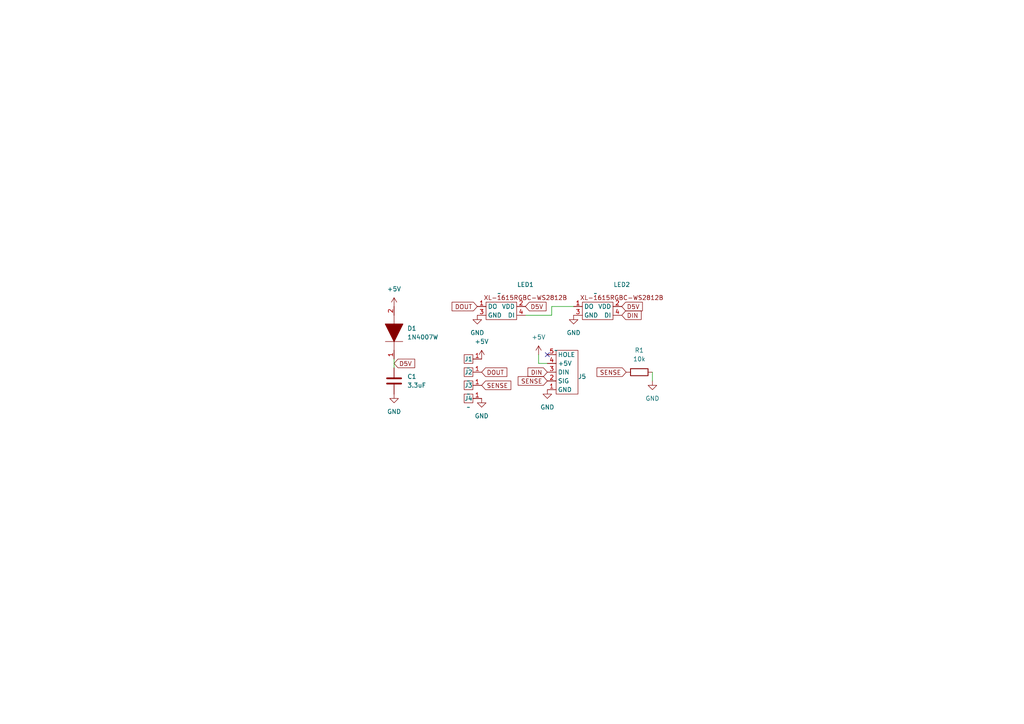
<source format=kicad_sch>
(kicad_sch (version 20230121) (generator eeschema)
  (paper "A4")
  (title_block (title "Bottom PCB Schematic") (date "2024-02-10") (rev "1.0.0") (company "Block Party"))
  (lib_symbols
    (symbol "1N4007W:1N4007W" (pin_names (offset 0.762))
      (property "Reference" "D" (at 11.43 5.08 0))
      (property "Value" "1N4007W" (at 11.43 2.54 0))
      (symbol "1N4007W_0_0"
        (pin passive line (at 0 0 0) (length 2.54) (name "~") (number "1"))
        (pin passive line (at 15.24 0 180) (length 2.54) (name "~") (number "2"))
      )
      (symbol "1N4007W_0_1"
        (polyline (pts (xy 2.54 0) (xy 5.08 0)) (stroke (width 0.1524)))
        (polyline (pts (xy 5.08 2.54) (xy 5.08 -2.54)) (stroke (width 0.1524)))
        (polyline (pts (xy 10.16 0) (xy 12.7 0)) (stroke (width 0.1524)))
        (polyline (pts (xy 5.08 0) (xy 10.16 2.54) (xy 10.16 -2.54) (xy 5.08 0)) (stroke (width 0.254)) (fill (type outline)))
      )
    )
    (symbol "Device:C" (pin_numbers hide) (pin_names (offset 0.254))
      (property "Reference" "C" (at 0.635 2.54 0))
      (property "Value" "C" (at 0.635 -2.54 0))
      (symbol "C_0_1"
        (polyline (pts (xy -2.032 -0.762) (xy 2.032 -0.762)) (stroke (width 0.508)))
        (polyline (pts (xy -2.032 0.762) (xy 2.032 0.762)) (stroke (width 0.508)))
      )
      (symbol "C_1_1"
        (pin passive line (at 0 3.81 270) (length 2.794) (name "~") (number "1"))
        (pin passive line (at 0 -3.81 90) (length 2.794) (name "~") (number "2"))
      )
    )
    (symbol "Device:R" (pin_numbers hide) (pin_names (offset 0))
      (property "Reference" "R" (at 2.032 0 90))
      (property "Value" "R" (at 0 0 90))
      (symbol "R_0_1"
        (rectangle (start -1.016 -2.54) (end 1.016 2.54) (stroke (width 0.254)))
      )
      (symbol "R_1_1"
        (pin passive line (at 0 3.81 270) (length 1.27) (name "~") (number "1"))
        (pin passive line (at 0 -3.81 90) (length 1.27) (name "~") (number "2"))
      )
    )
    (symbol "Quinn_lib:Bottom_Block"
      (property "Reference" "J" (at 2.54 1.27 0))
      (symbol "Bottom_Block_0_1"
        (rectangle (start 0 0) (end 6.35 -12.7))
      )
      (symbol "Bottom_Block_1_1"
        (pin power_in line (at -2.54 -11.43 0) (length 2.54) (name "GND") (number "1"))
        (pin output line (at -2.54 -8.89 0) (length 2.54) (name "SIG") (number "2"))
        (pin input line (at -2.54 -6.35 0) (length 2.54) (name "DIN") (number "3"))
        (pin power_in line (at -2.54 -3.81 0) (length 2.54) (name "+5V") (number "4"))
        (pin output line (at -2.54 -1.27 0) (length 2.54) (name "HOLE") (number "5"))
      )
    )
    (symbol "Quinn_lib:HDR-M-2.54_1x1"
      (property "Reference" "J" (at 0 -2.54 0))
      (symbol "HDR-M-2.54_1x1_0_1"
        (rectangle (start -1.27 -1.27) (end 1.27 -3.81))
      )
      (symbol "HDR-M-2.54_1x1_1_1"
        (pin input line (at -3.81 -2.54 0) (length 2.54) (name "") (number "1"))
      )
    )
    (symbol "Quinn_lib:XL-1615RGBC-WS2812B"
      (property "Reference" "LED" (at -1.27 1.27 0))
      (symbol "XL-1615RGBC-WS2812B_0_1"
        (rectangle (start -3.81 -2.54) (end 5.08 -7.62))
      )
      (symbol "XL-1615RGBC-WS2812B_1_1"
        (text "XL-1615RGBC-WS2812B" (at 7.62 -1.27 0) (effects (font (size 1.27 1.27))))
        (pin input line (at -6.35 -3.81 0) (length 2.54) (name "DO") (number "1"))
        (pin input line (at 7.62 -3.81 180) (length 2.54) (name "VDD") (number "2"))
        (pin input line (at -6.35 -6.35 0) (length 2.54) (name "GND") (number "3"))
        (pin input line (at 7.62 -6.35 180) (length 2.54) (name "DI") (number "4"))
      )
    )
    (symbol "power:+5V" (power) (pin_names (offset 0))
      (property "Value" "+5V" (at 0 3.556 0))
      (symbol "+5V_0_1"
        (polyline (pts (xy -0.762 1.27) (xy 0 2.54)))
        (polyline (pts (xy 0 0) (xy 0 2.54)))
        (polyline (pts (xy 0 2.54) (xy 0.762 1.27)))
      )
      (symbol "+5V_1_1"
        (pin power_in line (at 0 0 90) (length 0) hide (name "+5V") (number "1"))
      )
    )
    (symbol "power:GND" (power) (pin_names (offset 0))
      (property "Value" "GND" (at 0 -3.81 0))
      (symbol "GND_0_1"
        (polyline (pts (xy 0 0) (xy 0 -1.27) (xy 1.27 -1.27) (xy 0 -2.54) (xy -1.27 -1.27) (xy 0 -1.27)))
      )
      (symbol "GND_1_1"
        (pin power_in line (at 0 0 270) (length 0) hide (name "GND") (number "1"))
      )
    )
  )
  (no_connect (at 158.75 102.87))
  (wire (pts (xy 166.37 88.9) (xy 160.02 88.9)))
  (wire (pts (xy 189.23 110.49) (xy 189.23 107.95)))
  (wire (pts (xy 160.02 88.9) (xy 160.02 91.44)))
  (wire (pts (xy 156.21 105.41) (xy 158.75 105.41)))
  (wire (pts (xy 156.21 102.87) (xy 156.21 105.41)))
  (wire (pts (xy 160.02 91.44) (xy 152.4 91.44)))
  (wire (pts (xy 114.3 104.14) (xy 114.3 106.68)))
  (global_label "DIN" (shape input) (at 180.34 91.44 0) (property "Intersheetrefs" "${INTERSHEET_REFS}" (effects hide)))
  (global_label "D5V" (shape input) (at 114.3 105.41 0) (property "Intersheetrefs" "${INTERSHEET_REFS}" (effects hide)))
  (global_label "D5V" (shape input) (at 152.4 88.9 0) (property "Intersheetrefs" "${INTERSHEET_REFS}" (effects hide)))
  (global_label "SENSE" (shape input) (at 139.7 111.76 0) (property "Intersheetrefs" "${INTERSHEET_REFS}" (effects hide)))
  (global_label "DOUT" (shape input) (at 139.7 107.95 0) (property "Intersheetrefs" "${INTERSHEET_REFS}" (effects hide)))
  (global_label "DIN" (shape input) (at 158.75 107.95 180) (property "Intersheetrefs" "${INTERSHEET_REFS}" (effects hide)))
  (global_label "SENSE" (shape input) (at 158.75 110.49 180) (property "Intersheetrefs" "${INTERSHEET_REFS}" (effects hide)))
  (global_label "SENSE" (shape input) (at 181.61 107.95 180) (property "Intersheetrefs" "${INTERSHEET_REFS}" (effects hide)))
  (global_label "D5V" (shape input) (at 180.34 88.9 0) (property "Intersheetrefs" "${INTERSHEET_REFS}" (effects hide)))
  (global_label "DOUT" (shape input) (at 138.43 88.9 180) (property "Intersheetrefs" "${INTERSHEET_REFS}" (effects hide)))
  (symbol (lib_id "power:GND") (at 158.75 113.03 0) (unit 1)
    (property "Reference" "#PWR08" (effects hide))
    (property "Value" "GND" (at 158.75 118.11 0))
  )
  (symbol (lib_id "power:GND") (at 189.23 110.49 0) (unit 1)
    (property "Reference" "#PWR02" (effects hide))
    (property "Value" "GND" (at 189.23 115.57 0))
  )
  (symbol (lib_id "power:+5V") (at 139.7 104.14 0) (unit 1)
    (property "Reference" "#PWR06" (effects hide))
    (property "Value" "+5V" (at 139.7 99.06 0))
  )
  (symbol (lib_id "Device:C") (at 114.3 110.49 0) (unit 1)
    (property "Reference" "C1" (at 118.11 109.22 0) (effects (justify left)))
    (property "Value" "3.3uF" (at 118.11 111.76 0) (effects (justify left)))
    (property "Footprint" "Capacitor_SMD:C_0805_2012Metric" (effects hide))
  )
  (symbol (lib_id "1N4007W:1N4007W") (at 114.3 104.14 90) (unit 1)
    (property "Reference" "D1" (at 118.11 95.25 90) (effects (justify right)))
    (property "Value" "1N4007W" (at 118.11 97.79 90) (effects (justify right)))
    (property "Footprint" "KiCad:1N4007W" (effects hide))
    (property "Datasheet" "https://datasheet.lcsc.com/szlcsc/Shandong-Jingdao-Microelectronics-1N4007W_C108803.pdf" (effects hide))
    (property "Description" "Marking Code A1-A7 Simplified outline SOD-123FL and symbol Marking Code A1-A7 Simplified outline SOD-123FL and symbol" (effects hide))
    (property "Height" "1.1" (effects hide))
    (property "Manufacturer_Name" "Jingdao Microelectronics" (effects hide))
    (property "Manufacturer_Part_Number" "1N4007W" (effects hide))
  )
  (symbol (lib_id "Quinn_lib:HDR-M-2.54_1x1") (at 135.89 118.11 180) (unit 1)
    (property "Reference" "J4" (at 135.89 115.57 0))
    (property "Value" "~" (at 135.89 118.11 0))
    (property "Footprint" "Connector_PinHeader_2.54mm:PinHeader_1x01_P2.54mm_Vertical" (effects hide))
  )
  (symbol (lib_id "power:+5V") (at 114.3 88.9 0) (unit 1)
    (property "Reference" "#PWR01" (effects hide))
    (property "Value" "+5V" (at 114.3 83.82 0))
  )
  (symbol (lib_id "Quinn_lib:Bottom_Block") (at 161.29 101.6 0) (unit 1)
    (property "Reference" "J5" (at 167.64 109.22 0) (effects (justify left)))
    (property "Value" "~" (at 161.29 101.6 0))
    (property "Footprint" "Quinn_lib:Bottom Block Connector" (effects hide))
  )
  (symbol (lib_id "Device:R") (at 185.42 107.95 90) (unit 1)
    (property "Reference" "R1" (at 185.42 101.6 90))
    (property "Value" "10k" (at 185.42 104.14 90))
    (property "Footprint" "Resistor_SMD:R_0805_2012Metric" (effects hide))
  )
  (symbol (lib_id "power:GND") (at 139.7 115.57 0) (unit 1)
    (property "Reference" "#PWR07" (effects hide))
    (property "Value" "GND" (at 139.7 120.65 0))
  )
  (symbol (lib_id "Quinn_lib:HDR-M-2.54_1x1") (at 135.89 106.68 180) (unit 1)
    (property "Reference" "J1" (at 135.89 104.14 0))
    (property "Value" "~" (at 135.89 106.68 0))
    (property "Footprint" "Connector_PinHeader_2.54mm:PinHeader_1x01_P2.54mm_Vertical" (effects hide))
  )
  (symbol (lib_id "Quinn_lib:HDR-M-2.54_1x1") (at 135.89 110.49 180) (unit 1)
    (property "Reference" "J2" (at 135.89 107.95 0))
    (property "Value" "~" (at 135.89 110.49 0))
    (property "Footprint" "Connector_PinHeader_2.54mm:PinHeader_1x01_P2.54mm_Vertical" (effects hide))
  )
  (symbol (lib_id "Quinn_lib:HDR-M-2.54_1x1") (at 135.89 114.3 180) (unit 1)
    (property "Reference" "J3" (at 135.89 111.76 0))
    (property "Value" "~" (at 135.89 114.3 0))
    (property "Footprint" "Connector_PinHeader_2.54mm:PinHeader_1x01_P2.54mm_Vertical" (effects hide))
  )
  (symbol (lib_id "power:GND") (at 166.37 91.44 0) (unit 1)
    (property "Reference" "#PWR05" (effects hide))
    (property "Value" "GND" (at 166.37 96.52 0))
  )
  (symbol (lib_id "power:+5V") (at 156.21 102.87 0) (unit 1)
    (property "Reference" "#PWR09" (effects hide))
    (property "Value" "+5V" (at 156.21 97.79 0))
  )
  (symbol (lib_id "Quinn_lib:XL-1615RGBC-WS2812B") (at 172.72 85.09 0) (unit 1)
    (property "Reference" "LED2" (at 180.34 82.55 0))
    (property "Value" "~" (at 172.72 85.09 0))
    (property "Footprint" "Quinn_lib:XL-1615RGBC-WS2812B" (effects hide))
  )
  (symbol (lib_id "power:GND") (at 138.43 91.44 0) (unit 1)
    (property "Reference" "#PWR04" (effects hide))
    (property "Value" "GND" (at 138.43 96.52 0))
  )
  (symbol (lib_id "Quinn_lib:XL-1615RGBC-WS2812B") (at 144.78 85.09 0) (unit 1)
    (property "Reference" "LED1" (at 152.4 82.55 0))
    (property "Value" "~" (at 144.78 85.09 0))
    (property "Footprint" "Quinn_lib:XL-1615RGBC-WS2812B" (effects hide))
  )
  (symbol (lib_id "power:GND") (at 114.3 114.3 0) (unit 1)
    (property "Reference" "#PWR03" (effects hide))
    (property "Value" "GND" (at 114.3 119.38 0))
  )
)
</source>
